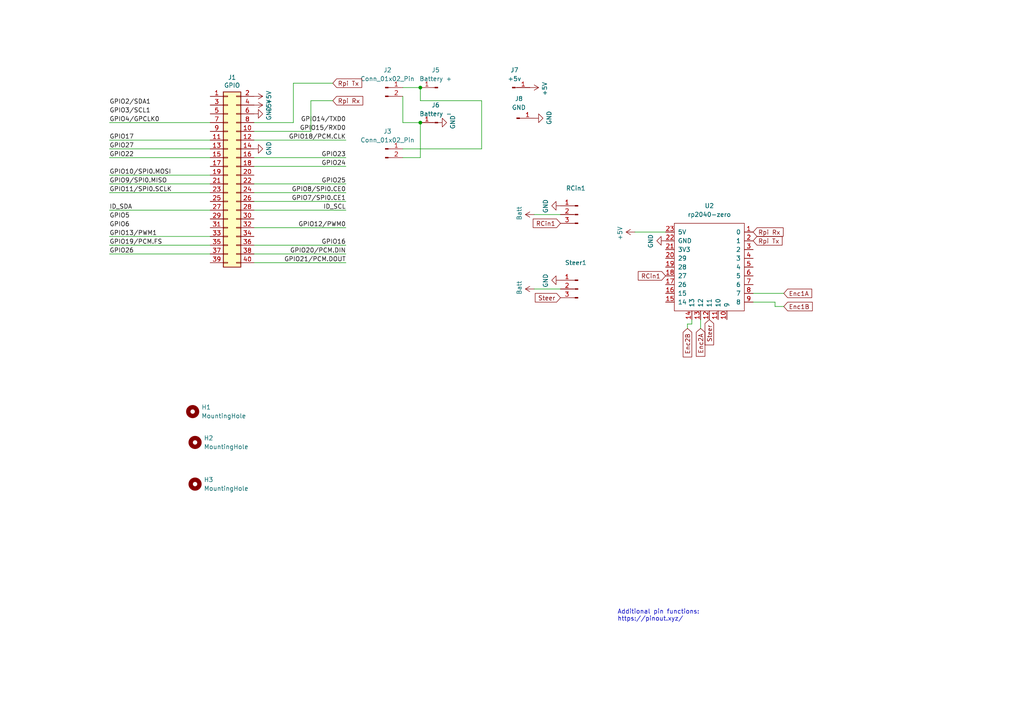
<source format=kicad_sch>
(kicad_sch (version 20250114) (generator "eeschema") (generator_version "9.0")
  (paper "A4")
  (title_block (date "15 nov 2012"))
  (lib_symbols
    (symbol "Connector:Conn_01x01_Pin" (pin_names (offset 1.016) (hide yes))
      (property "Reference" "J" (at 0 2.54 0))
      (property "Value" "Conn_01x01_Pin" (at 0 -2.54 0))
      (symbol "Conn_01x01_Pin_1_1"
        (rectangle (start 0.8636 0.127) (end 0 -0.127) (stroke (width 0.1524)) (fill (type outline)))
        (polyline (pts (xy 1.27 0) (xy 0.8636 0)) (stroke (width 0.1524)))
        (pin passive line (at 5.08 0 180) (length 3.81) (name "Pin_1") (number "1"))
      )
    )
    (symbol "Connector:Conn_01x02_Pin" (pin_names (offset 1.016) (hide yes))
      (property "Reference" "J" (at 0 2.54 0))
      (property "Value" "Conn_01x02_Pin" (at 0 -5.08 0))
      (symbol "Conn_01x02_Pin_1_1"
        (rectangle (start 0.8636 0.127) (end 0 -0.127) (stroke (width 0.1524)) (fill (type outline)))
        (rectangle (start 0.8636 -2.413) (end 0 -2.667) (stroke (width 0.1524)) (fill (type outline)))
        (polyline (pts (xy 1.27 0) (xy 0.8636 0)) (stroke (width 0.1524)))
        (polyline (pts (xy 1.27 -2.54) (xy 0.8636 -2.54)) (stroke (width 0.1524)))
        (pin passive line (at 5.08 0 180) (length 3.81) (name "Pin_1") (number "1"))
        (pin passive line (at 5.08 -2.54 180) (length 3.81) (name "Pin_2") (number "2"))
      )
    )
    (symbol "Connector:Conn_01x03_Pin" (pin_names (offset 1.016) (hide yes))
      (property "Reference" "J" (at 0 5.08 0))
      (property "Value" "Conn_01x03_Pin" (at 0 -5.08 0))
      (symbol "Conn_01x03_Pin_1_1"
        (rectangle (start 0.8636 2.667) (end 0 2.413) (stroke (width 0.1524)) (fill (type outline)))
        (rectangle (start 0.8636 0.127) (end 0 -0.127) (stroke (width 0.1524)) (fill (type outline)))
        (rectangle (start 0.8636 -2.413) (end 0 -2.667) (stroke (width 0.1524)) (fill (type outline)))
        (polyline (pts (xy 1.27 2.54) (xy 0.8636 2.54)) (stroke (width 0.1524)))
        (polyline (pts (xy 1.27 0) (xy 0.8636 0)) (stroke (width 0.1524)))
        (polyline (pts (xy 1.27 -2.54) (xy 0.8636 -2.54)) (stroke (width 0.1524)))
        (pin passive line (at 5.08 2.54 180) (length 3.81) (name "Pin_1") (number "1"))
        (pin passive line (at 5.08 0 180) (length 3.81) (name "Pin_2") (number "2"))
        (pin passive line (at 5.08 -2.54 180) (length 3.81) (name "Pin_3") (number "3"))
      )
    )
    (symbol "Connector_Generic:Conn_02x20_Odd_Even" (pin_names (offset 1.016) (hide yes))
      (property "Reference" "J" (at 1.27 25.4 0))
      (property "Value" "Conn_02x20_Odd_Even" (at 1.27 -27.94 0))
      (symbol "Conn_02x20_Odd_Even_1_1"
        (rectangle (start -1.27 24.13) (end 3.81 -26.67) (stroke (width 0.254)) (fill (type background)))
        (rectangle (start -1.27 22.987) (end 0 22.733) (stroke (width 0.1524)))
        (rectangle (start -1.27 20.447) (end 0 20.193) (stroke (width 0.1524)))
        (rectangle (start -1.27 17.907) (end 0 17.653) (stroke (width 0.1524)))
        (rectangle (start -1.27 15.367) (end 0 15.113) (stroke (width 0.1524)))
        (rectangle (start -1.27 12.827) (end 0 12.573) (stroke (width 0.1524)))
        (rectangle (start -1.27 10.287) (end 0 10.033) (stroke (width 0.1524)))
        (rectangle (start -1.27 7.747) (end 0 7.493) (stroke (width 0.1524)))
        (rectangle (start -1.27 5.207) (end 0 4.953) (stroke (width 0.1524)))
        (rectangle (start -1.27 2.667) (end 0 2.413) (stroke (width 0.1524)))
        (rectangle (start -1.27 0.127) (end 0 -0.127) (stroke (width 0.1524)))
        (rectangle (start -1.27 -2.413) (end 0 -2.667) (stroke (width 0.1524)))
        (rectangle (start -1.27 -4.953) (end 0 -5.207) (stroke (width 0.1524)))
        (rectangle (start -1.27 -7.493) (end 0 -7.747) (stroke (width 0.1524)))
        (rectangle (start -1.27 -10.033) (end 0 -10.287) (stroke (width 0.1524)))
        (rectangle (start -1.27 -12.573) (end 0 -12.827) (stroke (width 0.1524)))
        (rectangle (start -1.27 -15.113) (end 0 -15.367) (stroke (width 0.1524)))
        (rectangle (start -1.27 -17.653) (end 0 -17.907) (stroke (width 0.1524)))
        (rectangle (start -1.27 -20.193) (end 0 -20.447) (stroke (width 0.1524)))
        (rectangle (start -1.27 -22.733) (end 0 -22.987) (stroke (width 0.1524)))
        (rectangle (start -1.27 -25.273) (end 0 -25.527) (stroke (width 0.1524)))
        (rectangle (start 3.81 22.987) (end 2.54 22.733) (stroke (width 0.1524)))
        (rectangle (start 3.81 20.447) (end 2.54 20.193) (stroke (width 0.1524)))
        (rectangle (start 3.81 17.907) (end 2.54 17.653) (stroke (width 0.1524)))
        (rectangle (start 3.81 15.367) (end 2.54 15.113) (stroke (width 0.1524)))
        (rectangle (start 3.81 12.827) (end 2.54 12.573) (stroke (width 0.1524)))
        (rectangle (start 3.81 10.287) (end 2.54 10.033) (stroke (width 0.1524)))
        (rectangle (start 3.81 7.747) (end 2.54 7.493) (stroke (width 0.1524)))
        (rectangle (start 3.81 5.207) (end 2.54 4.953) (stroke (width 0.1524)))
        (rectangle (start 3.81 2.667) (end 2.54 2.413) (stroke (width 0.1524)))
        (rectangle (start 3.81 0.127) (end 2.54 -0.127) (stroke (width 0.1524)))
        (rectangle (start 3.81 -2.413) (end 2.54 -2.667) (stroke (width 0.1524)))
        (rectangle (start 3.81 -4.953) (end 2.54 -5.207) (stroke (width 0.1524)))
        (rectangle (start 3.81 -7.493) (end 2.54 -7.747) (stroke (width 0.1524)))
        (rectangle (start 3.81 -10.033) (end 2.54 -10.287) (stroke (width 0.1524)))
        (rectangle (start 3.81 -12.573) (end 2.54 -12.827) (stroke (width 0.1524)))
        (rectangle (start 3.81 -15.113) (end 2.54 -15.367) (stroke (width 0.1524)))
        (rectangle (start 3.81 -17.653) (end 2.54 -17.907) (stroke (width 0.1524)))
        (rectangle (start 3.81 -20.193) (end 2.54 -20.447) (stroke (width 0.1524)))
        (rectangle (start 3.81 -22.733) (end 2.54 -22.987) (stroke (width 0.1524)))
        (rectangle (start 3.81 -25.273) (end 2.54 -25.527) (stroke (width 0.1524)))
        (pin passive line (at -5.08 22.86 0) (length 3.81) (name "Pin_1") (number "1"))
        (pin passive line (at -5.08 20.32 0) (length 3.81) (name "Pin_3") (number "3"))
        (pin passive line (at -5.08 17.78 0) (length 3.81) (name "Pin_5") (number "5"))
        (pin passive line (at -5.08 15.24 0) (length 3.81) (name "Pin_7") (number "7"))
        (pin passive line (at -5.08 12.7 0) (length 3.81) (name "Pin_9") (number "9"))
        (pin passive line (at -5.08 10.16 0) (length 3.81) (name "Pin_11") (number "11"))
        (pin passive line (at -5.08 7.62 0) (length 3.81) (name "Pin_13") (number "13"))
        (pin passive line (at -5.08 5.08 0) (length 3.81) (name "Pin_15") (number "15"))
        (pin passive line (at -5.08 2.54 0) (length 3.81) (name "Pin_17") (number "17"))
        (pin passive line (at -5.08 0 0) (length 3.81) (name "Pin_19") (number "19"))
        (pin passive line (at -5.08 -2.54 0) (length 3.81) (name "Pin_21") (number "21"))
        (pin passive line (at -5.08 -5.08 0) (length 3.81) (name "Pin_23") (number "23"))
        (pin passive line (at -5.08 -7.62 0) (length 3.81) (name "Pin_25") (number "25"))
        (pin passive line (at -5.08 -10.16 0) (length 3.81) (name "Pin_27") (number "27"))
        (pin passive line (at -5.08 -12.7 0) (length 3.81) (name "Pin_29") (number "29"))
        (pin passive line (at -5.08 -15.24 0) (length 3.81) (name "Pin_31") (number "31"))
        (pin passive line (at -5.08 -17.78 0) (length 3.81) (name "Pin_33") (number "33"))
        (pin passive line (at -5.08 -20.32 0) (length 3.81) (name "Pin_35") (number "35"))
        (pin passive line (at -5.08 -22.86 0) (length 3.81) (name "Pin_37") (number "37"))
        (pin passive line (at -5.08 -25.4 0) (length 3.81) (name "Pin_39") (number "39"))
        (pin passive line (at 7.62 22.86 180) (length 3.81) (name "Pin_2") (number "2"))
        (pin passive line (at 7.62 20.32 180) (length 3.81) (name "Pin_4") (number "4"))
        (pin passive line (at 7.62 17.78 180) (length 3.81) (name "Pin_6") (number "6"))
        (pin passive line (at 7.62 15.24 180) (length 3.81) (name "Pin_8") (number "8"))
        (pin passive line (at 7.62 12.7 180) (length 3.81) (name "Pin_10") (number "10"))
        (pin passive line (at 7.62 10.16 180) (length 3.81) (name "Pin_12") (number "12"))
        (pin passive line (at 7.62 7.62 180) (length 3.81) (name "Pin_14") (number "14"))
        (pin passive line (at 7.62 5.08 180) (length 3.81) (name "Pin_16") (number "16"))
        (pin passive line (at 7.62 2.54 180) (length 3.81) (name "Pin_18") (number "18"))
        (pin passive line (at 7.62 0 180) (length 3.81) (name "Pin_20") (number "20"))
        (pin passive line (at 7.62 -2.54 180) (length 3.81) (name "Pin_22") (number "22"))
        (pin passive line (at 7.62 -5.08 180) (length 3.81) (name "Pin_24") (number "24"))
        (pin passive line (at 7.62 -7.62 180) (length 3.81) (name "Pin_26") (number "26"))
        (pin passive line (at 7.62 -10.16 180) (length 3.81) (name "Pin_28") (number "28"))
        (pin passive line (at 7.62 -12.7 180) (length 3.81) (name "Pin_30") (number "30"))
        (pin passive line (at 7.62 -15.24 180) (length 3.81) (name "Pin_32") (number "32"))
        (pin passive line (at 7.62 -17.78 180) (length 3.81) (name "Pin_34") (number "34"))
        (pin passive line (at 7.62 -20.32 180) (length 3.81) (name "Pin_36") (number "36"))
        (pin passive line (at 7.62 -22.86 180) (length 3.81) (name "Pin_38") (number "38"))
        (pin passive line (at 7.62 -25.4 180) (length 3.81) (name "Pin_40") (number "40"))
      )
    )
    (symbol "Mechanical:MountingHole" (pin_names (offset 1.016)) (exclude_from_sim yes) (in_bom no)
      (property "Reference" "H" (at 0 5.08 0))
      (property "Value" "MountingHole" (at 0 3.175 0))
      (symbol "MountingHole_0_1"
        (circle (center 0 0) (radius 1.27) (stroke (width 1.27)))
      )
    )
    (symbol "mcu:rp2040-zero" (pin_names (offset 1.016))
      (property "Reference" "U" (at 0 15.24 0))
      (property "Value" "rp2040-zero" (at 0 12.7 0))
      (symbol "rp2040-zero_0_1"
        (rectangle (start -10.16 11.43) (end 10.16 -13.97))
      )
      (symbol "rp2040-zero_1_1"
        (pin power_out line (at -12.7 8.89 0) (length 2.54) (name "5V") (number "23"))
        (pin power_out line (at -12.7 6.35 0) (length 2.54) (name "GND") (number "22"))
        (pin power_out line (at -12.7 3.81 0) (length 2.54) (name "3V3") (number "21"))
        (pin bidirectional line (at -12.7 1.27 0) (length 2.54) (name "29") (number "20"))
        (pin bidirectional line (at -12.7 -1.27 0) (length 2.54) (name "28") (number "19"))
        (pin bidirectional line (at -12.7 -3.81 0) (length 2.54) (name "27") (number "18"))
        (pin bidirectional line (at -12.7 -6.35 0) (length 2.54) (name "26") (number "17"))
        (pin bidirectional line (at -12.7 -8.89 0) (length 2.54) (name "15") (number "16"))
        (pin bidirectional line (at -12.7 -11.43 0) (length 2.54) (name "14") (number "15"))
        (pin bidirectional line (at -5.08 -16.51 90) (length 2.54) (name "13") (number "14"))
        (pin bidirectional line (at -2.54 -16.51 90) (length 2.54) (name "12") (number "13"))
        (pin bidirectional line (at 0 -16.51 90) (length 2.54) (name "11") (number "12"))
        (pin bidirectional line (at 2.54 -16.51 90) (length 2.54) (name "10") (number "11"))
        (pin bidirectional line (at 5.08 -16.51 90) (length 2.54) (name "9") (number "10"))
        (pin bidirectional line (at 12.7 8.89 180) (length 2.54) (name "0") (number "1"))
        (pin bidirectional line (at 12.7 6.35 180) (length 2.54) (name "1") (number "2"))
        (pin bidirectional line (at 12.7 3.81 180) (length 2.54) (name "2") (number "3"))
        (pin bidirectional line (at 12.7 1.27 180) (length 2.54) (name "3") (number "4"))
        (pin bidirectional line (at 12.7 -1.27 180) (length 2.54) (name "4") (number "5"))
        (pin bidirectional line (at 12.7 -3.81 180) (length 2.54) (name "5") (number "6"))
        (pin bidirectional line (at 12.7 -6.35 180) (length 2.54) (name "6") (number "7"))
        (pin bidirectional line (at 12.7 -8.89 180) (length 2.54) (name "7") (number "8"))
        (pin bidirectional line (at 12.7 -11.43 180) (length 2.54) (name "8") (number "9"))
      )
    )
    (symbol "power:+5V" (power) (pin_names (offset 0))
      (property "Value" "+5V" (at 0 3.556 0))
      (symbol "+5V_0_1"
        (polyline (pts (xy -0.762 1.27) (xy 0 2.54)))
        (polyline (pts (xy 0 2.54) (xy 0.762 1.27)))
        (polyline (pts (xy 0 0) (xy 0 2.54)))
      )
      (symbol "+5V_1_1"
        (pin power_in line (at 0 0 90) (length 0) (hide yes) (name "+5V") (number "1"))
      )
    )
    (symbol "power:GND" (power) (pin_names (offset 0))
      (property "Value" "GND" (at 0 -3.81 0))
      (symbol "GND_0_1"
        (polyline (pts (xy 0 0) (xy 0 -1.27) (xy 1.27 -1.27) (xy 0 -2.54) (xy -1.27 -1.27) (xy 0 -1.27)))
      )
      (symbol "GND_1_1"
        (pin power_in line (at 0 0 270) (length 0) (hide yes) (name "GND") (number "1"))
      )
    )
  )
  (text "Additional pin functions:\nhttps://pinout.xyz/" (at 179.07 180.34 0) (effects (font (size 1.27 1.27)) (justify left bottom)))
  (junction (at 121.92 35.56))
  (junction (at 121.92 25.4))
  (wire (pts (xy 73.66 58.42) (xy 100.33 58.42)))
  (wire (pts (xy 60.96 40.64) (xy 31.75 40.64)))
  (wire (pts (xy 184.15 67.31) (xy 193.04 67.31)))
  (wire (pts (xy 154.94 62.23) (xy 162.56 62.23)))
  (wire (pts (xy 218.44 87.63) (xy 224.79 87.63)))
  (wire (pts (xy 121.92 25.4) (xy 121.92 29.21)))
  (wire (pts (xy 90.17 38.1) (xy 90.17 29.21)))
  (wire (pts (xy 73.66 71.12) (xy 100.33 71.12)))
  (wire (pts (xy 116.84 27.94) (xy 116.84 35.56)))
  (wire (pts (xy 224.79 87.63) (xy 224.79 88.9)))
  (wire (pts (xy 85.09 24.13) (xy 96.52 24.13)))
  (wire (pts (xy 73.66 55.88) (xy 100.33 55.88)))
  (wire (pts (xy 60.96 60.96) (xy 31.75 60.96)))
  (wire (pts (xy 121.92 35.56) (xy 121.92 45.72)))
  (wire (pts (xy 200.66 93.98) (xy 199.39 93.98)))
  (wire (pts (xy 121.92 29.21) (xy 139.7 29.21)))
  (wire (pts (xy 73.66 45.72) (xy 100.33 45.72)))
  (wire (pts (xy 73.66 76.2) (xy 100.33 76.2)))
  (wire (pts (xy 31.75 43.18) (xy 60.96 43.18)))
  (wire (pts (xy 85.09 35.56) (xy 85.09 24.13)))
  (wire (pts (xy 203.2 92.71) (xy 203.2 95.25)))
  (wire (pts (xy 218.44 85.09) (xy 227.33 85.09)))
  (wire (pts (xy 116.84 35.56) (xy 121.92 35.56)))
  (wire (pts (xy 31.75 55.88) (xy 60.96 55.88)))
  (wire (pts (xy 73.66 35.56) (xy 85.09 35.56)))
  (wire (pts (xy 116.84 25.4) (xy 121.92 25.4)))
  (wire (pts (xy 73.66 40.64) (xy 100.33 40.64)))
  (wire (pts (xy 154.94 83.82) (xy 162.56 83.82)))
  (wire (pts (xy 31.75 35.56) (xy 60.96 35.56)))
  (wire (pts (xy 73.66 48.26) (xy 100.33 48.26)))
  (wire (pts (xy 31.75 45.72) (xy 60.96 45.72)))
  (wire (pts (xy 31.75 53.34) (xy 60.96 53.34)))
  (wire (pts (xy 199.39 93.98) (xy 199.39 95.25)))
  (wire (pts (xy 139.7 29.21) (xy 139.7 43.18)))
  (wire (pts (xy 121.92 45.72) (xy 116.84 45.72)))
  (wire (pts (xy 90.17 29.21) (xy 96.52 29.21)))
  (wire (pts (xy 31.75 71.12) (xy 60.96 71.12)))
  (wire (pts (xy 73.66 66.04) (xy 100.33 66.04)))
  (wire (pts (xy 73.66 73.66) (xy 100.33 73.66)))
  (wire (pts (xy 31.75 73.66) (xy 60.96 73.66)))
  (wire (pts (xy 224.79 88.9) (xy 227.33 88.9)))
  (wire (pts (xy 116.84 43.18) (xy 139.7 43.18)))
  (wire (pts (xy 200.66 92.71) (xy 200.66 93.98)))
  (wire (pts (xy 73.66 53.34) (xy 100.33 53.34)))
  (wire (pts (xy 73.66 38.1) (xy 90.17 38.1)))
  (wire (pts (xy 31.75 68.58) (xy 60.96 68.58)))
  (wire (pts (xy 60.96 50.8) (xy 31.75 50.8)))
  (wire (pts (xy 73.66 60.96) (xy 100.33 60.96)))
  (label "ID_SDA" (at 31.75 60.96 0))
  (label "GPIO6" (at 31.75 66.04 0))
  (label "ID_SCL" (at 100.33 60.96 180))
  (label "GPIO5" (at 31.75 63.5 0))
  (label "GPIO21{slash}PCM.DOUT" (at 100.33 76.2 180))
  (label "GPIO19{slash}PCM.FS" (at 31.75 71.12 0))
  (label "GPIO10{slash}SPI0.MOSI" (at 31.75 50.8 0))
  (label "GPIO9{slash}SPI0.MISO" (at 31.75 53.34 0))
  (label "GPIO23" (at 100.33 45.72 180))
  (label "GPIO4{slash}GPCLK0" (at 31.75 35.56 0))
  (label "GPIO27" (at 31.75 43.18 0))
  (label "GPIO26" (at 31.75 73.66 0))
  (label "GPIO14{slash}TXD0" (at 100.33 35.56 180))
  (label "GPIO8{slash}SPI0.CE0" (at 100.33 55.88 180))
  (label "GPIO15{slash}RXD0" (at 100.33 38.1 180))
  (label "GPIO16" (at 100.33 71.12 180))
  (label "GPIO22" (at 31.75 45.72 0))
  (label "GPIO2{slash}SDA1" (at 31.75 30.48 0))
  (label "GPIO17" (at 31.75 40.64 0))
  (label "GPIO25" (at 100.33 53.34 180))
  (label "GPIO3{slash}SCL1" (at 31.75 33.02 0))
  (label "GPIO18{slash}PCM.CLK" (at 100.33 40.64 180))
  (label "GPIO12{slash}PWM0" (at 100.33 66.04 180))
  (label "GPIO13{slash}PWM1" (at 31.75 68.58 0))
  (label "GPIO20{slash}PCM.DIN" (at 100.33 73.66 180))
  (label "GPIO24" (at 100.33 48.26 180))
  (label "GPIO7{slash}SPI0.CE1" (at 100.33 58.42 180))
  (label "GPIO11{slash}SPI0.SCLK" (at 31.75 55.88 0))
  (global_label "Rpi Rx" (shape input) (at 96.52 29.21 0) (property "Intersheetrefs" "${INTERSHEET_REFS}" (effects (hide yes))))
  (global_label "Enc2B" (shape input) (at 199.39 95.25 270) (property "Intersheetrefs" "${INTERSHEET_REFS}" (effects (hide yes))))
  (global_label "Rpi Tx" (shape input) (at 218.44 69.85 0) (property "Intersheetrefs" "${INTERSHEET_REFS}" (effects (hide yes))))
  (global_label "Rpi Tx" (shape input) (at 96.52 24.13 0) (property "Intersheetrefs" "${INTERSHEET_REFS}" (effects (hide yes))))
  (global_label "RCin1" (shape input) (at 162.56 64.77 180) (property "Intersheetrefs" "${INTERSHEET_REFS}" (effects (hide yes))))
  (global_label "Enc1B" (shape input) (at 227.33 88.9 0) (property "Intersheetrefs" "${INTERSHEET_REFS}" (effects (hide yes))))
  (global_label "Rpi Rx" (shape input) (at 218.44 67.31 0) (property "Intersheetrefs" "${INTERSHEET_REFS}" (effects (hide yes))))
  (global_label "Enc1A" (shape input) (at 227.33 85.09 0) (property "Intersheetrefs" "${INTERSHEET_REFS}" (effects (hide yes))))
  (global_label "Steer" (shape input) (at 205.74 92.71 270) (property "Intersheetrefs" "${INTERSHEET_REFS}" (effects (hide yes))))
  (global_label "Enc2A" (shape input) (at 203.2 95.25 270) (property "Intersheetrefs" "${INTERSHEET_REFS}" (effects (hide yes))))
  (global_label "RCin1" (shape input) (at 193.04 80.01 180) (property "Intersheetrefs" "${INTERSHEET_REFS}" (effects (hide yes))))
  (global_label "Steer" (shape input) (at 162.56 86.36 180) (property "Intersheetrefs" "${INTERSHEET_REFS}" (effects (hide yes))))
  (symbol (lib_id "Connector_Generic:Conn_02x20_Odd_Even") (at 66.04 50.8 0) (unit 1)
    (property "Reference" "J1" (at 67.31 22.4598 0))
    (property "Value" "GPIO" (at 67.31 24.765 0))
    (property "Footprint" "Connector_PinSocket_2.54mm:PinSocket_2x20_P2.54mm_Vertical" (effects (hide yes)))
  )
  (symbol (lib_id "power:GND") (at 73.66 43.18 90) (unit 1)
    (property "Reference" "#PWR04" (effects (hide yes)))
    (property "Value" "GND" (at 77.9844 43.0657 0))
  )
  (symbol (lib_id "Connector:Conn_01x01_Pin") (at 127 35.56 180) (unit 1)
    (property "Reference" "J6" (at 126.365 30.48 0))
    (property "Value" "Battery -" (at 126.365 33.02 0))
    (property "Footprint" "Connector_PinHeader_2.54mm:PinHeader_1x01_P2.54mm_Vertical" (effects (hide yes)))
    (property "Description" "Generic connector, single row, 01x01, script generated" (effects (hide yes)))
  )
  (symbol (lib_id "Connector:Conn_01x02_Pin") (at 111.76 43.18 0) (unit 1)
    (property "Reference" "J3" (at 112.395 38.1 0))
    (property "Value" "Conn_01x02_Pin" (at 112.395 40.64 0))
    (property "Footprint" "Connector_PinHeader_2.54mm:PinHeader_1x02_P2.54mm_Vertical" (effects (hide yes)))
    (property "Description" "Generic connector, single row, 01x02, script generated" (effects (hide yes)))
  )
  (symbol (lib_id "power:GND") (at 193.04 69.85 270) (unit 1)
    (property "Reference" "#PWR6" (effects (hide yes)))
    (property "Value" "GND" (at 188.7156 69.9643 0))
  )
  (symbol (lib_id "Connector:Conn_01x03_Pin") (at 167.64 83.82 0) (mirror y) (unit 1)
    (property "Reference" "Steer1" (at 167.005 76.2 0))
    (property "Value" "Conn_01x03_Pin" (effects (hide yes)))
    (property "Footprint" "Connector_PinHeader_2.54mm:PinHeader_1x03_P2.54mm_Vertical" (effects (hide yes)))
    (property "Description" "Generic connector, single row, 01x03, script generated" (effects (hide yes)))
  )
  (symbol (lib_id "Connector:Conn_01x02_Pin") (at 111.76 25.4 0) (unit 1)
    (property "Reference" "J2" (at 112.395 20.32 0))
    (property "Value" "Conn_01x02_Pin" (at 112.395 22.86 0))
    (property "Footprint" "Connector_PinHeader_2.54mm:PinHeader_1x02_P2.54mm_Vertical" (effects (hide yes)))
    (property "Description" "Generic connector, single row, 01x02, script generated" (effects (hide yes)))
  )
  (symbol (lib_id "Mechanical:MountingHole") (at 55.88 119.38 0) (unit 1) (exclude_from_sim yes) (in_bom no)
    (property "Reference" "H1" (at 58.42 118.1099 0) (effects (justify left)))
    (property "Value" "MountingHole" (at 58.42 120.6499 0) (effects (justify left)))
    (property "Description" "Mounting Hole without connection" (effects (hide yes)))
  )
  (symbol (lib_id "power:GND") (at 162.56 81.28 270) (unit 1)
    (property "Reference" "#PWR012" (effects (hide yes)))
    (property "Value" "GND" (at 158.2356 81.3943 0))
  )
  (symbol (lib_id "Connector:Conn_01x01_Pin") (at 127 25.4 180) (unit 1)
    (property "Reference" "J5" (at 126.365 20.32 0))
    (property "Value" "Battery +" (at 126.365 22.86 0))
    (property "Footprint" "Connector_PinHeader_2.54mm:PinHeader_1x01_P2.54mm_Vertical" (effects (hide yes)))
    (property "Description" "Generic connector, single row, 01x01, script generated" (effects (hide yes)))
  )
  (symbol (lib_id "power:GND") (at 127 35.56 90) (unit 1)
    (property "Reference" "#PWR07" (effects (hide yes)))
    (property "Value" "GND" (at 131.3244 35.4457 0))
  )
  (symbol (lib_id "mcu:rp2040-zero") (at 205.74 76.2 0) (unit 1)
    (property "Reference" "U2" (at 205.74 59.69 0))
    (property "Value" "rp2040-zero" (at 205.74 62.23 0))
    (property "Footprint" "mcu:rp2040-zero-tht" (effects (hide yes)))
  )
  (symbol (lib_id "power:+5V") (at 154.94 62.23 90) (unit 1)
    (property "Reference" "#PWR16" (effects (hide yes)))
    (property "Value" "Batt" (at 150.6156 61.8617 0))
  )
  (symbol (lib_id "power:+5V") (at 154.94 83.82 90) (unit 1)
    (property "Reference" "#PWR08" (effects (hide yes)))
    (property "Value" "Batt" (at 150.6156 83.4517 0))
  )
  (symbol (lib_id "power:+5V") (at 184.15 67.31 90) (mirror x) (unit 1)
    (property "Reference" "#PWR05" (effects (hide yes)))
    (property "Value" "+5V" (at 179.8256 67.6783 0))
  )
  (symbol (lib_id "power:GND") (at 162.56 59.69 270) (unit 1)
    (property "Reference" "#PWR19" (effects (hide yes)))
    (property "Value" "GND" (at 158.2356 59.8043 0))
  )
  (symbol (lib_id "power:GND") (at 154.94 34.29 90) (unit 1)
    (property "Reference" "#PWR014" (effects (hide yes)))
    (property "Value" "GND" (at 159.2644 34.1757 0))
  )
  (symbol (lib_id "Connector:Conn_01x03_Pin") (at 167.64 62.23 0) (mirror y) (unit 1)
    (property "Reference" "RCin1" (at 167.005 54.61 0))
    (property "Value" "Conn_01x03_Pin" (effects (hide yes)))
    (property "Footprint" "Connector_PinHeader_2.54mm:PinHeader_1x03_P2.54mm_Vertical" (effects (hide yes)))
    (property "Description" "Generic connector, single row, 01x03, script generated" (effects (hide yes)))
  )
  (symbol (lib_id "Mechanical:MountingHole") (at 56.5766 128.3264 0) (unit 1) (exclude_from_sim yes) (in_bom no)
    (property "Reference" "H2" (at 59.1166 127.0563 0) (effects (justify left)))
    (property "Value" "MountingHole" (at 59.1166 129.5963 0) (effects (justify left)))
    (property "Description" "Mounting Hole without connection" (effects (hide yes)))
  )
  (symbol (lib_id "Mechanical:MountingHole") (at 56.5766 140.4105 0) (unit 1) (exclude_from_sim yes) (in_bom no)
    (property "Reference" "H3" (at 59.1166 139.1404 0) (effects (justify left)))
    (property "Value" "MountingHole" (at 59.1166 141.6804 0) (effects (justify left)))
    (property "Description" "Mounting Hole without connection" (effects (hide yes)))
  )
  (symbol (lib_id "power:+5V") (at 73.66 30.48 270) (unit 1)
    (property "Reference" "#PWR02" (effects (hide yes)))
    (property "Value" "+5V" (at 77.9844 30.8483 0))
  )
  (symbol (lib_id "power:+5V") (at 73.66 27.94 270) (unit 1)
    (property "Reference" "#PWR01" (effects (hide yes)))
    (property "Value" "+5V" (at 77.9844 28.3083 0))
  )
  (symbol (lib_id "power:+5V") (at 153.67 25.4 270) (unit 1)
    (property "Reference" "#PWR013" (effects (hide yes)))
    (property "Value" "+5V" (at 157.9944 25.7683 0))
  )
  (symbol (lib_id "power:GND") (at 73.66 33.02 90) (unit 1)
    (property "Reference" "#PWR03" (effects (hide yes)))
    (property "Value" "GND" (at 77.9844 32.9057 0))
  )
  (symbol (lib_id "Connector:Conn_01x01_Pin") (at 148.59 25.4 0) (unit 1)
    (property "Reference" "J7" (at 149.225 20.32 0))
    (property "Value" "+5v" (at 149.225 22.86 0))
    (property "Footprint" "Connector_PinHeader_2.54mm:PinHeader_1x01_P2.54mm_Vertical" (effects (hide yes)))
    (property "Description" "Generic connector, single row, 01x01, script generated" (effects (hide yes)))
  )
  (symbol (lib_id "Connector:Conn_01x01_Pin") (at 149.86 34.29 0) (unit 1)
    (property "Reference" "J8" (at 150.495 28.6391 0))
    (property "Value" "GND" (at 150.495 31.1791 0))
    (property "Footprint" "Connector_PinHeader_2.54mm:PinHeader_1x01_P2.54mm_Vertical" (effects (hide yes)))
    (property "Description" "Generic connector, single row, 01x01, script generated" (effects (hide yes)))
  )
)
</source>
